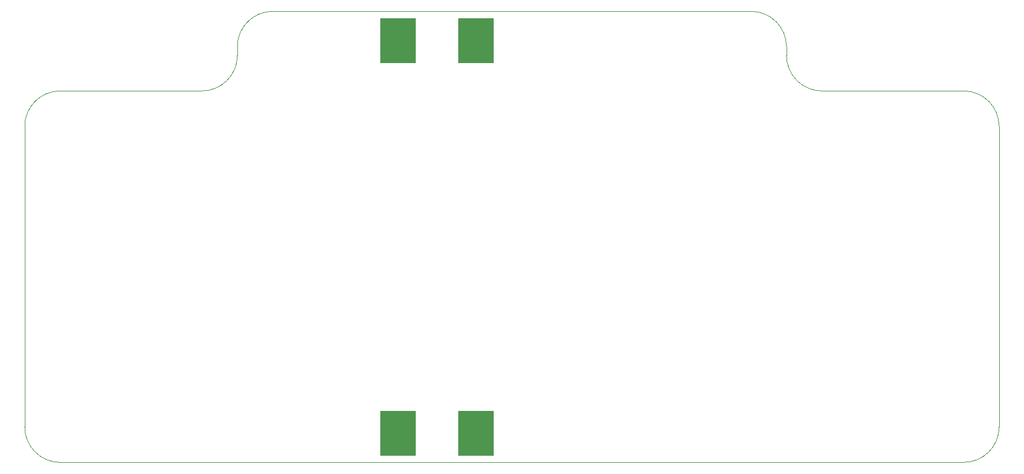
<source format=gbr>
%TF.GenerationSoftware,KiCad,Pcbnew,7.0.10-7.0.10~ubuntu22.04.1*%
%TF.CreationDate,2024-02-12T13:51:06-05:00*%
%TF.ProjectId,sprig_console,73707269-675f-4636-9f6e-736f6c652e6b,rev?*%
%TF.SameCoordinates,Original*%
%TF.FileFunction,Paste,Bot*%
%TF.FilePolarity,Positive*%
%FSLAX46Y46*%
G04 Gerber Fmt 4.6, Leading zero omitted, Abs format (unit mm)*
G04 Created by KiCad (PCBNEW 7.0.10-7.0.10~ubuntu22.04.1) date 2024-02-12 13:51:06*
%MOMM*%
%LPD*%
G01*
G04 APERTURE LIST*
%ADD10R,5.100000X6.400000*%
%TA.AperFunction,Profile*%
%ADD11C,0.100000*%
%TD*%
G04 APERTURE END LIST*
D10*
%TO.C,J1*%
X147244000Y-120269000D03*
X147244000Y-63881000D03*
X136068000Y-63881000D03*
X136068000Y-120269000D03*
%TD*%
D11*
X196850002Y-71120002D02*
X217170000Y-71120000D01*
X118110000Y-59690000D02*
X152400000Y-59690000D01*
X186690000Y-59690000D02*
X152400000Y-59690000D01*
X82550000Y-119380000D02*
G75*
G03*
X87630000Y-124460000I5080000J0D01*
G01*
X87630000Y-71120000D02*
X107950002Y-71120002D01*
X152400000Y-124460000D02*
X217170000Y-124460000D01*
X222250000Y-119380000D02*
X222250000Y-76200000D01*
X191770000Y-64770000D02*
X191770002Y-66040002D01*
X217170000Y-124460000D02*
G75*
G03*
X222250000Y-119380000I0J5080000D01*
G01*
X113030000Y-64770000D02*
X113030002Y-66040002D01*
X107950002Y-71120002D02*
G75*
G03*
X113030002Y-66040002I-2J5080002D01*
G01*
X191770000Y-64770000D02*
G75*
G03*
X186690000Y-59690000I-5080000J0D01*
G01*
X191769998Y-66040002D02*
G75*
G03*
X196850002Y-71120002I5080002J2D01*
G01*
X222250000Y-76200000D02*
G75*
G03*
X217170000Y-71120000I-5080000J0D01*
G01*
X82550000Y-76200000D02*
X82550000Y-119380000D01*
X87630000Y-71120000D02*
G75*
G03*
X82550000Y-76200000I0J-5080000D01*
G01*
X118110000Y-59690000D02*
G75*
G03*
X113030000Y-64770000I0J-5080000D01*
G01*
X152400000Y-124460000D02*
X87630000Y-124460000D01*
M02*

</source>
